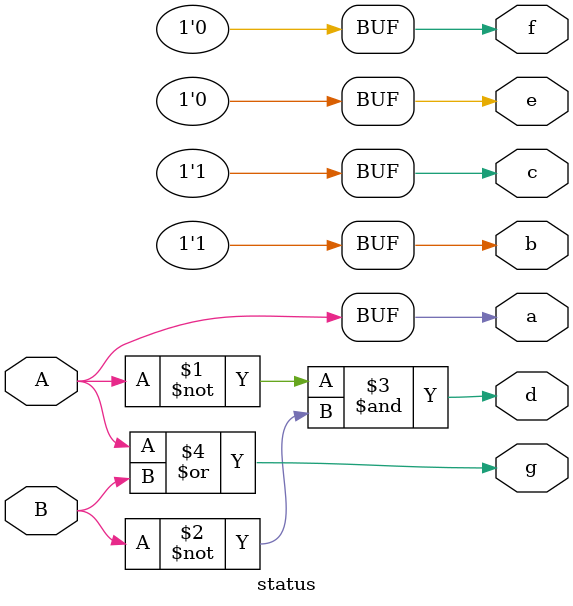
<source format=v>
module status (A , B , a ,b , c , d , e , f , g);
input A , B; 
output a ,b , c , d , e , f , g ; 
assign a = A ; 
assign b = 1 ; 
assign c = 1 ; 
assign d = ~A & ~B ; 
assign e = 0 ;
assign f = 0 ; 
assign g = A | B ; 
endmodule 
</source>
